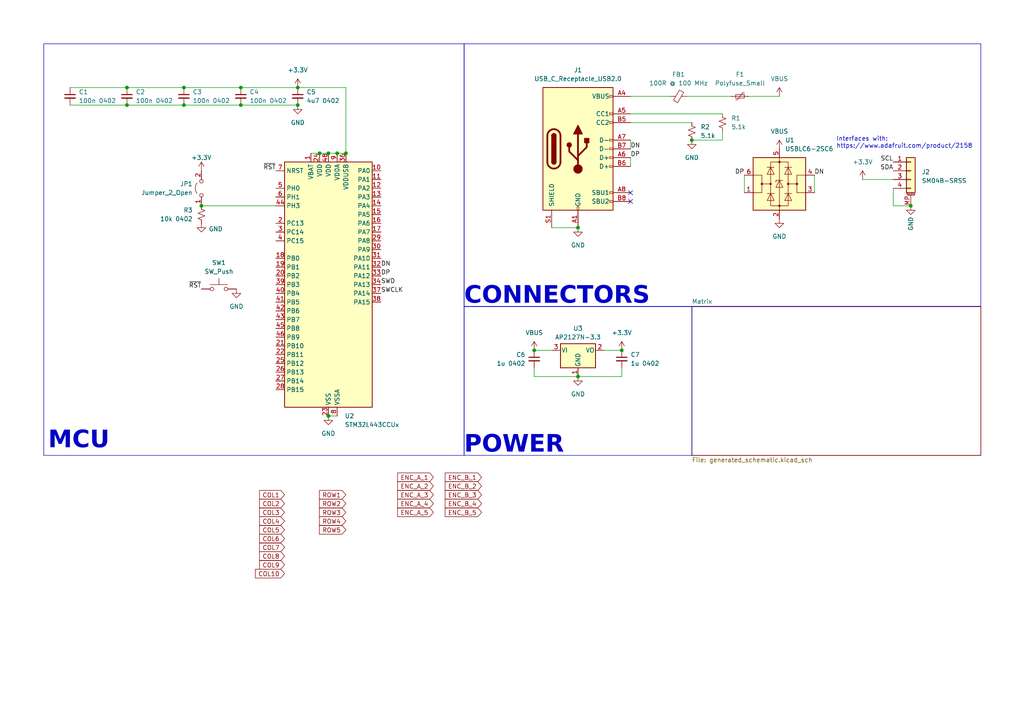
<source format=kicad_sch>
(kicad_sch (version 20230121) (generator eeschema)
  (paper "A4")
  (junction (at 69.85 30.48))
  (junction (at 21.59 298.45))
  (junction (at 86.36 30.48))
  (junction (at 86.36 25.4))
  (junction (at 58.42 59.69))
  (junction (at 154.94 101.6))
  (junction (at 81.28 259.08))
  (junction (at 111.76 298.45))
  (junction (at 231.14 259.08))
  (junction (at 69.85 25.4))
  (junction (at 167.64 109.22))
  (junction (at 92.71 44.45))
  (junction (at 111.76 259.08))
  (junction (at 52.07 259.08))
  (junction (at 231.14 218.44))
  (junction (at 180.34 101.6))
  (junction (at 171.45 218.44))
  (junction (at 111.76 218.44))
  (junction (at 36.83 30.48))
  (junction (at 264.16 59.69))
  (junction (at 200.66 259.08))
  (junction (at 187.96 316.23))
  (junction (at 128.27 316.23))
  (junction (at 36.83 25.4))
  (junction (at 231.14 298.45))
  (junction (at 97.79 44.45))
  (junction (at 68.58 316.23))
  (junction (at 21.59 259.08))
  (junction (at 52.07 298.45))
  (junction (at 95.25 120.65))
  (junction (at 200.66 218.44))
  (junction (at 200.66 298.45))
  (junction (at 140.97 259.08))
  (junction (at 128.27 276.86))
  (junction (at 95.25 44.45))
  (junction (at 140.97 298.45))
  (junction (at 171.45 259.08))
  (junction (at 200.66 40.64))
  (junction (at 81.28 218.44))
  (junction (at 128.27 236.22))
  (junction (at 68.58 276.86))
  (junction (at 187.96 236.22))
  (junction (at 187.96 276.86))
  (junction (at 100.33 44.45))
  (junction (at 53.34 30.48))
  (junction (at 171.45 298.45))
  (junction (at 53.34 25.4))
  (junction (at 140.97 218.44))
  (junction (at 21.59 218.44))
  (junction (at 68.58 236.22))
  (junction (at 81.28 298.45))
  (junction (at 167.64 66.04))
  (junction (at 52.07 218.44))
  (no_connect (at 182.88 58.42))
  (no_connect (at 233.68 316.23))
  (no_connect (at 182.88 55.88))
  (wire (pts (xy 128.27 236.22) (xy 129.54 236.22)))
  (wire (pts (xy 195.58 259.08) (xy 195.58 269.24)))
  (wire (pts (xy 194.31 27.94) (xy 182.88 27.94)))
  (wire (pts (xy 16.51 298.45) (xy 16.51 308.61)))
  (wire (pts (xy 54.61 276.86) (xy 68.58 276.86)))
  (wire (pts (xy 226.06 27.94) (xy 217.17 27.94)))
  (wire (pts (xy 200.66 259.08) (xy 195.58 259.08)))
  (wire (pts (xy 187.96 276.86) (xy 189.23 276.86)))
  (wire (pts (xy 106.68 259.08) (xy 106.68 269.24)))
  (wire (pts (xy 140.97 259.08) (xy 135.89 259.08)))
  (wire (pts (xy 81.28 218.44) (xy 76.2 218.44)))
  (wire (pts (xy 52.07 259.08) (xy 46.99 259.08)))
  (wire (pts (xy 226.06 259.08) (xy 226.06 269.24)))
  (wire (pts (xy 16.51 218.44) (xy 16.51 228.6)))
  (wire (pts (xy 231.14 298.45) (xy 226.06 298.45)))
  (wire (pts (xy 166.37 218.44) (xy 166.37 228.6)))
  (wire (pts (xy 143.51 236.22) (xy 158.75 236.22)))
  (wire (pts (xy 46.99 259.08) (xy 46.99 269.24)))
  (wire (pts (xy 135.89 218.44) (xy 135.89 228.6)))
  (wire (pts (xy 76.2 298.45) (xy 76.2 308.61)))
  (wire (pts (xy 68.58 236.22) (xy 69.85 236.22)))
  (wire (pts (xy 212.09 27.94) (xy 199.39 27.94)))
  (wire (pts (xy 20.32 25.4) (xy 36.83 25.4)))
  (wire (pts (xy 111.76 259.08) (xy 106.68 259.08)))
  (wire (pts (xy 52.07 218.44) (xy 46.99 218.44)))
  (wire (pts (xy 182.88 35.56) (xy 200.66 35.56)))
  (wire (pts (xy 182.88 33.02) (xy 209.55 33.02)))
  (wire (pts (xy 21.59 218.44) (xy 16.51 218.44)))
  (wire (pts (xy 114.3 236.22) (xy 128.27 236.22)))
  (wire (pts (xy 203.2 276.86) (xy 218.44 276.86)))
  (wire (pts (xy 69.85 25.4) (xy 86.36 25.4)))
  (wire (pts (xy 128.27 316.23) (xy 129.54 316.23)))
  (wire (pts (xy 195.58 298.45) (xy 195.58 308.61)))
  (wire (pts (xy 58.42 59.69) (xy 80.01 59.69)))
  (wire (pts (xy 182.88 45.72) (xy 182.88 48.26)))
  (wire (pts (xy 203.2 236.22) (xy 218.44 236.22)))
  (wire (pts (xy 69.85 30.48) (xy 86.36 30.48)))
  (wire (pts (xy 97.79 44.45) (xy 100.33 44.45)))
  (wire (pts (xy 173.99 316.23) (xy 187.96 316.23)))
  (wire (pts (xy 200.66 218.44) (xy 195.58 218.44)))
  (wire (pts (xy 200.66 40.64) (xy 209.55 40.64)))
  (wire (pts (xy 175.26 101.6) (xy 180.34 101.6)))
  (wire (pts (xy 231.14 259.08) (xy 226.06 259.08)))
  (wire (pts (xy 226.06 218.44) (xy 226.06 228.6)))
  (wire (pts (xy 180.34 106.68) (xy 180.34 109.22)))
  (wire (pts (xy 171.45 259.08) (xy 166.37 259.08)))
  (wire (pts (xy 171.45 298.45) (xy 166.37 298.45)))
  (wire (pts (xy 154.94 101.6) (xy 160.02 101.6)))
  (wire (pts (xy 46.99 218.44) (xy 46.99 228.6)))
  (wire (pts (xy 111.76 298.45) (xy 106.68 298.45)))
  (wire (pts (xy 203.2 316.23) (xy 218.44 316.23)))
  (wire (pts (xy 135.89 259.08) (xy 135.89 269.24)))
  (wire (pts (xy 95.25 120.65) (xy 97.79 120.65)))
  (wire (pts (xy 53.34 25.4) (xy 69.85 25.4)))
  (wire (pts (xy 36.83 30.48) (xy 53.34 30.48)))
  (wire (pts (xy 215.9 50.8) (xy 215.9 55.88)))
  (wire (pts (xy 24.13 236.22) (xy 39.37 236.22)))
  (wire (pts (xy 135.89 298.45) (xy 135.89 308.61)))
  (wire (pts (xy 182.88 40.64) (xy 182.88 43.18)))
  (wire (pts (xy 209.55 40.64) (xy 209.55 38.1)))
  (wire (pts (xy 106.68 218.44) (xy 106.68 228.6)))
  (wire (pts (xy 226.06 298.45) (xy 226.06 308.61)))
  (wire (pts (xy 166.37 298.45) (xy 166.37 308.61)))
  (wire (pts (xy 46.99 298.45) (xy 46.99 308.61)))
  (wire (pts (xy 92.71 44.45) (xy 95.25 44.45)))
  (wire (pts (xy 195.58 218.44) (xy 195.58 228.6)))
  (wire (pts (xy 140.97 218.44) (xy 135.89 218.44)))
  (wire (pts (xy 140.97 298.45) (xy 135.89 298.45)))
  (wire (pts (xy 86.36 25.4) (xy 100.33 25.4)))
  (wire (pts (xy 259.08 59.69) (xy 264.16 59.69)))
  (wire (pts (xy 114.3 316.23) (xy 128.27 316.23)))
  (wire (pts (xy 83.82 236.22) (xy 99.06 236.22)))
  (wire (pts (xy 173.99 236.22) (xy 187.96 236.22)))
  (wire (pts (xy 236.22 50.8) (xy 236.22 55.88)))
  (wire (pts (xy 259.08 54.61) (xy 259.08 59.69)))
  (wire (pts (xy 81.28 298.45) (xy 76.2 298.45)))
  (wire (pts (xy 231.14 218.44) (xy 226.06 218.44)))
  (wire (pts (xy 53.34 30.48) (xy 69.85 30.48)))
  (wire (pts (xy 76.2 218.44) (xy 76.2 228.6)))
  (wire (pts (xy 166.37 259.08) (xy 166.37 269.24)))
  (wire (pts (xy 111.76 218.44) (xy 106.68 218.44)))
  (wire (pts (xy 187.96 316.23) (xy 189.23 316.23)))
  (wire (pts (xy 83.82 316.23) (xy 99.06 316.23)))
  (wire (pts (xy 21.59 298.45) (xy 16.51 298.45)))
  (wire (pts (xy 68.58 316.23) (xy 69.85 316.23)))
  (wire (pts (xy 54.61 316.23) (xy 68.58 316.23)))
  (wire (pts (xy 250.19 52.07) (xy 259.08 52.07)))
  (wire (pts (xy 160.02 66.04) (xy 167.64 66.04)))
  (wire (pts (xy 180.34 109.22) (xy 167.64 109.22)))
  (wire (pts (xy 187.96 236.22) (xy 189.23 236.22)))
  (wire (pts (xy 68.58 276.86) (xy 69.85 276.86)))
  (wire (pts (xy 128.27 276.86) (xy 129.54 276.86)))
  (wire (pts (xy 154.94 106.68) (xy 154.94 109.22)))
  (wire (pts (xy 24.13 276.86) (xy 39.37 276.86)))
  (wire (pts (xy 76.2 259.08) (xy 76.2 269.24)))
  (wire (pts (xy 16.51 259.08) (xy 16.51 269.24)))
  (wire (pts (xy 36.83 25.4) (xy 53.34 25.4)))
  (wire (pts (xy 171.45 218.44) (xy 166.37 218.44)))
  (wire (pts (xy 21.59 259.08) (xy 16.51 259.08)))
  (wire (pts (xy 154.94 109.22) (xy 167.64 109.22)))
  (wire (pts (xy 106.68 298.45) (xy 106.68 308.61)))
  (wire (pts (xy 83.82 276.86) (xy 99.06 276.86)))
  (wire (pts (xy 90.17 44.45) (xy 92.71 44.45)))
  (wire (pts (xy 114.3 276.86) (xy 128.27 276.86)))
  (wire (pts (xy 95.25 44.45) (xy 97.79 44.45)))
  (wire (pts (xy 24.13 316.23) (xy 39.37 316.23)))
  (wire (pts (xy 100.33 25.4) (xy 100.33 44.45)))
  (wire (pts (xy 54.61 236.22) (xy 68.58 236.22)))
  (wire (pts (xy 20.32 30.48) (xy 36.83 30.48)))
  (wire (pts (xy 81.28 259.08) (xy 76.2 259.08)))
  (wire (pts (xy 200.66 298.45) (xy 195.58 298.45)))
  (wire (pts (xy 143.51 276.86) (xy 158.75 276.86)))
  (wire (pts (xy 173.99 276.86) (xy 187.96 276.86)))
  (wire (pts (xy 143.51 316.23) (xy 158.75 316.23)))
  (wire (pts (xy 52.07 298.45) (xy 46.99 298.45)))
  (rectangle (start 134.62 88.9) (end 200.66 132.08))
  (rectangle (start 134.62 12.7) (end 284.48 88.9))
  (rectangle (start 12.7 12.7) (end 134.62 132.08))
  (text "POWER" (at 134.62 133.35 0) (effects (font (size 5 5) (thickness 1) bold) (justify left bottom)))
  (text "Interfaces with:\nhttps://www.adafruit.com/product/2158" (at 242.57 43.18 0) (effects (font (size 1.27 1.27)) (justify left bottom)))
  (text "MCU" (at 13.97 132.08 0) (effects (font (size 5 5) (thickness 1) bold) (justify left bottom)))
  (text "CONNECTORS" (at 134.62 90.17 0) (effects (font (size 5 5) (thickness 1) bold) (justify left bottom)))
  (label "SDA" (at 259.08 49.53 180))
  (label "DP" (at 182.88 45.72 0))
  (label "SWD" (at 110.49 82.55 0))
  (label "DP" (at 110.49 80.01 0))
  (label "DN" (at 236.22 50.8 0))
  (label "SCL" (at 259.08 46.99 180))
  (label "DP" (at 215.9 50.8 180))
  (label "~{RST}" (at 80.01 49.53 180))
  (label "SWCLK" (at 110.49 85.09 0))
  (label "DN" (at 182.88 43.18 0))
  (label "DN" (at 110.49 77.47 0))
  (label "~{RST}" (at 58.42 83.82 180))
  (global_label "ROW2" (shape input) (at 100.33 146.05 180) (property "Intersheetrefs" "${INTERSHEET_REFS}" (effects hide)))
  (global_label "ENC_B_4" (shape input) (at 139.7 146.05 180) (property "Intersheetrefs" "${INTERSHEET_REFS}" (effects hide)))
  (global_label "ENC_B_2" (shape input) (at 139.7 140.97 180) (property "Intersheetrefs" "${INTERSHEET_REFS}" (effects hide)))
  (global_label "ENC_B_1" (shape input) (at 139.7 138.43 180) (property "Intersheetrefs" "${INTERSHEET_REFS}" (effects hide)))
  (global_label "COL3" (shape input) (at 82.55 148.59 180) (property "Intersheetrefs" "${INTERSHEET_REFS}" (effects hide)))
  (global_label "ENC_A_2" (shape input) (at 125.73 140.97 180) (property "Intersheetrefs" "${INTERSHEET_REFS}" (effects hide)))
  (global_label "COL6" (shape input) (at 82.55 156.21 180) (property "Intersheetrefs" "${INTERSHEET_REFS}" (effects hide)))
  (global_label "ENC_A_3" (shape input) (at 125.73 143.51 180) (property "Intersheetrefs" "${INTERSHEET_REFS}" (effects hide)))
  (global_label "COL5" (shape input) (at 82.55 153.67 180) (property "Intersheetrefs" "${INTERSHEET_REFS}" (effects hide)))
  (global_label "ROW3" (shape input) (at 100.33 148.59 180) (property "Intersheetrefs" "${INTERSHEET_REFS}" (effects hide)))
  (global_label "COL7" (shape input) (at 82.55 158.75 180) (property "Intersheetrefs" "${INTERSHEET_REFS}" (effects hide)))
  (global_label "ROW4" (shape input) (at 100.33 151.13 180) (property "Intersheetrefs" "${INTERSHEET_REFS}" (effects hide)))
  (global_label "COL2" (shape input) (at 82.55 146.05 180) (property "Intersheetrefs" "${INTERSHEET_REFS}" (effects hide)))
  (global_label "COL4" (shape input) (at 82.55 151.13 180) (property "Intersheetrefs" "${INTERSHEET_REFS}" (effects hide)))
  (global_label "ENC_A_5" (shape input) (at 125.73 148.59 180) (property "Intersheetrefs" "${INTERSHEET_REFS}" (effects hide)))
  (global_label "COL10" (shape input) (at 82.55 166.37 180) (property "Intersheetrefs" "${INTERSHEET_REFS}" (effects hide)))
  (global_label "ENC_A_1" (shape input) (at 125.73 138.43 180) (property "Intersheetrefs" "${INTERSHEET_REFS}" (effects hide)))
  (global_label "COL9" (shape input) (at 82.55 163.83 180) (property "Intersheetrefs" "${INTERSHEET_REFS}" (effects hide)))
  (global_label "COL1" (shape input) (at 82.55 143.51 180) (property "Intersheetrefs" "${INTERSHEET_REFS}" (effects hide)))
  (global_label "ENC_B_3" (shape input) (at 139.7 143.51 180) (property "Intersheetrefs" "${INTERSHEET_REFS}" (effects hide)))
  (global_label "COL8" (shape input) (at 82.55 161.29 180) (property "Intersheetrefs" "${INTERSHEET_REFS}" (effects hide)))
  (global_label "ROW5" (shape input) (at 100.33 153.67 180) (property "Intersheetrefs" "${INTERSHEET_REFS}" (effects hide)))
  (global_label "ENC_A_4" (shape input) (at 125.73 146.05 180) (property "Intersheetrefs" "${INTERSHEET_REFS}" (effects hide)))
  (global_label "ENC_B_5" (shape input) (at 139.7 148.59 180) (property "Intersheetrefs" "${INTERSHEET_REFS}" (effects hide)))
  (global_label "ROW1" (shape input) (at 100.33 143.51 180) (property "Intersheetrefs" "${INTERSHEET_REFS}" (effects hide)))
  (symbol (lib_id "power:GND") (at 46.99 284.48 0) (unit 1)
    (property "Reference" "#PWR082" (effects hide))
    (property "Value" "GND" (at 46.99 289.56 0))
  )
  (symbol (lib_id "Device:C_Small") (at 231.14 300.99 0) (unit 1)
    (property "Reference" "C36" (at 233.68 299.7263 0) (effects (justify left)))
    (property "Value" "100n 0402" (at 233.68 302.2663 0) (effects (justify left)))
    (property "Footprint" "Capacitor_SMD:C_0402_1005Metric" (effects hide))
  )
  (symbol (lib_id "PCM_marbastlib-various:WS2812_4020") (at 226.06 236.22 0) (unit 1)
    (property "Reference" "LED13" (at 240.03 228.6 0))
    (property "Value" "WS2812_4020" (at 240.03 231.14 0))
    (property "Footprint" "PCM_marbastlib-xp-various:LED_WS2812_4020" (effects hide))
    (property "Datasheet" "https://datasheet.lcsc.com/lcsc/2012110135_Worldsemi-WS2812B-4020_C965557.pdf" (effects hide))
  )
  (symbol (lib_id "power:VBUS") (at 140.97 259.08 0) (unit 1)
    (property "Reference" "#PWR069" (effects hide))
    (property "Value" "VBUS" (at 140.97 254 0))
  )
  (symbol (lib_id "power:GND") (at 166.37 323.85 0) (unit 1)
    (property "Reference" "#PWR0110" (effects hide))
    (property "Value" "GND" (at 166.37 328.93 0))
  )
  (symbol (lib_id "power:VBUS") (at 52.07 259.08 0) (unit 1)
    (property "Reference" "#PWR066" (effects hide))
    (property "Value" "VBUS" (at 52.07 254 0))
  )
  (symbol (lib_id "Device:C_Small") (at 154.94 104.14 0) (mirror y) (unit 1)
    (property "Reference" "C6" (at 152.4 102.8763 0) (effects (justify left)))
    (property "Value" "1u 0402" (at 152.4 105.4163 0) (effects (justify left)))
    (property "Footprint" "Capacitor_SMD:C_0402_1005Metric" (effects hide))
  )
  (symbol (lib_id "PCM_marbastlib-various:WS2812_4020") (at 195.58 316.23 0) (unit 1)
    (property "Reference" "LED28" (at 209.55 308.61 0))
    (property "Value" "WS2812_4020" (at 209.55 311.15 0))
    (property "Footprint" "PCM_marbastlib-xp-various:LED_WS2812_4020" (effects hide))
    (property "Datasheet" "https://datasheet.lcsc.com/lcsc/2012110135_Worldsemi-WS2812B-4020_C965557.pdf" (effects hide))
  )
  (symbol (lib_id "power:GND") (at 16.51 284.48 0) (unit 1)
    (property "Reference" "#PWR081" (effects hide))
    (property "Value" "GND" (at 16.51 289.56 0))
  )
  (symbol (lib_id "Device:C_Small") (at 21.59 220.98 0) (unit 1)
    (property "Reference" "C13" (at 24.13 219.7163 0) (effects (justify left)))
    (property "Value" "100n 0402" (at 24.13 222.2563 0) (effects (justify left)))
    (property "Footprint" "Capacitor_SMD:C_0402_1005Metric" (effects hide))
  )
  (symbol (lib_id "power:GND") (at 226.06 63.5 0) (unit 1)
    (property "Reference" "#PWR010" (effects hide))
    (property "Value" "GND" (at 226.06 68.58 0))
  )
  (symbol (lib_id "PCM_marbastlib-various:WS2812_4020") (at 106.68 276.86 0) (unit 1)
    (property "Reference" "LED17" (at 120.65 269.24 0))
    (property "Value" "WS2812_4020" (at 120.65 271.78 0))
    (property "Footprint" "PCM_marbastlib-xp-various:LED_WS2812_4020" (effects hide))
    (property "Datasheet" "https://datasheet.lcsc.com/lcsc/2012110135_Worldsemi-WS2812B-4020_C965557.pdf" (effects hide))
  )
  (symbol (lib_id "PCM_marbastlib-various:WS2812_4020") (at 16.51 276.86 0) (unit 1)
    (property "Reference" "LED14" (at 30.48 269.24 0))
    (property "Value" "WS2812_4020" (at 30.48 271.78 0))
    (property "Footprint" "PCM_marbastlib-xp-various:LED_WS2812_4020" (effects hide))
    (property "Datasheet" "https://datasheet.lcsc.com/lcsc/2012110135_Worldsemi-WS2812B-4020_C965557.pdf" (effects hide))
  )
  (symbol (lib_id "power:GND") (at 171.45 303.53 0) (unit 1)
    (property "Reference" "#PWR0102" (effects hide))
    (property "Value" "GND" (at 171.45 308.61 0))
  )
  (symbol (lib_id "Device:C_Small") (at 52.07 300.99 0) (unit 1)
    (property "Reference" "C30" (at 54.61 299.7263 0) (effects (justify left)))
    (property "Value" "100n 0402" (at 54.61 302.2663 0) (effects (justify left)))
    (property "Footprint" "Capacitor_SMD:C_0402_1005Metric" (effects hide))
  )
  (symbol (lib_id "Device:Polyfuse_Small") (at 214.63 27.94 90) (unit 1)
    (property "Reference" "F1" (at 214.63 21.59 90))
    (property "Value" "Polyfuse_Small" (at 214.63 24.13 90))
  )
  (symbol (lib_id "power:GND") (at 171.45 223.52 0) (unit 1)
    (property "Reference" "#PWR058" (effects hide))
    (property "Value" "GND" (at 171.45 228.6 0))
  )
  (symbol (lib_id "Device:C_Small") (at 111.76 300.99 0) (unit 1)
    (property "Reference" "C32" (at 114.3 299.7263 0) (effects (justify left)))
    (property "Value" "100n 0402" (at 114.3 302.2663 0) (effects (justify left)))
    (property "Footprint" "Capacitor_SMD:C_0402_1005Metric" (effects hide))
  )
  (symbol (lib_id "PCM_marbastlib-various:WS2812_4020") (at 76.2 236.22 0) (unit 1)
    (property "Reference" "LED8" (at 90.17 228.6 0))
    (property "Value" "WS2812_4020" (at 90.17 231.14 0))
    (property "Footprint" "PCM_marbastlib-xp-various:LED_WS2812_4020" (effects hide))
    (property "Datasheet" "https://datasheet.lcsc.com/lcsc/2012110135_Worldsemi-WS2812B-4020_C965557.pdf" (effects hide))
  )
  (symbol (lib_id "Switch:SW_Push") (at 63.5 83.82 0) (unit 1)
    (property "Reference" "SW1" (at 63.5 76.2 0))
    (property "Value" "SW_Push" (at 63.5 78.74 0))
    (property "Footprint" "Button_Switch_SMD:SW_Push_1P1T_XKB_TS-1187A" (effects hide))
  )
  (symbol (lib_id "power:GND") (at 21.59 223.52 0) (unit 1)
    (property "Reference" "#PWR08" (effects hide))
    (property "Value" "GND" (at 21.59 228.6 0))
  )
  (symbol (lib_id "power:+3.3V") (at 180.34 101.6 0) (unit 1)
    (property "Reference" "#PWR015" (effects hide))
    (property "Value" "+3.3V" (at 180.34 96.52 0))
  )
  (symbol (lib_id "PCM_marbastlib-various:WS2812_4020") (at 226.06 316.23 0) (unit 1)
    (property "Reference" "LED29" (at 240.03 308.61 0))
    (property "Value" "WS2812_4020" (at 240.03 311.15 0))
    (property "Footprint" "PCM_marbastlib-xp-various:LED_WS2812_4020" (effects hide))
    (property "Datasheet" "https://datasheet.lcsc.com/lcsc/2012110135_Worldsemi-WS2812B-4020_C965557.pdf" (effects hide))
  )
  (symbol (lib_id "power:VBUS") (at 21.59 298.45 0) (unit 1)
    (property "Reference" "#PWR089" (effects hide))
    (property "Value" "VBUS" (at 21.59 293.37 0))
  )
  (symbol (lib_id "Device:C_Small") (at 111.76 261.62 0) (unit 1)
    (property "Reference" "C24" (at 114.3 260.3563 0) (effects (justify left)))
    (property "Value" "100n 0402" (at 114.3 262.8963 0) (effects (justify left)))
    (property "Footprint" "Capacitor_SMD:C_0402_1005Metric" (effects hide))
  )
  (symbol (lib_id "power:VBUS") (at 111.76 259.08 0) (unit 1)
    (property "Reference" "#PWR068" (effects hide))
    (property "Value" "VBUS" (at 111.76 254 0))
  )
  (symbol (lib_id "PCM_marbastlib-various:WS2812_4020") (at 166.37 276.86 0) (unit 1)
    (property "Reference" "LED19" (at 180.34 269.24 0))
    (property "Value" "WS2812_4020" (at 180.34 271.78 0))
    (property "Footprint" "PCM_marbastlib-xp-various:LED_WS2812_4020" (effects hide))
    (property "Datasheet" "https://datasheet.lcsc.com/lcsc/2012110135_Worldsemi-WS2812B-4020_C965557.pdf" (effects hide))
  )
  (symbol (lib_id "power:GND") (at 226.06 284.48 0) (unit 1)
    (property "Reference" "#PWR088" (effects hide))
    (property "Value" "GND" (at 226.06 289.56 0))
  )
  (symbol (lib_id "Device:C_Small") (at 36.83 27.94 0) (unit 1)
    (property "Reference" "C2" (at 39.37 26.6763 0) (effects (justify left)))
    (property "Value" "100n 0402" (at 39.37 29.2163 0) (effects (justify left)))
    (property "Footprint" "Capacitor_SMD:C_0402_1005Metric" (effects hide))
  )
  (symbol (lib_id "power:GND") (at 46.99 323.85 0) (unit 1)
    (property "Reference" "#PWR0106" (effects hide))
    (property "Value" "GND" (at 46.99 328.93 0))
  )
  (symbol (lib_id "power:GND") (at 81.28 264.16 0) (unit 1)
    (property "Reference" "#PWR075" (effects hide))
    (property "Value" "GND" (at 81.28 269.24 0))
  )
  (symbol (lib_id "Device:C_Small") (at 81.28 300.99 0) (unit 1)
    (property "Reference" "C31" (at 83.82 299.7263 0) (effects (justify left)))
    (property "Value" "100n 0402" (at 83.82 302.2663 0) (effects (justify left)))
    (property "Footprint" "Capacitor_SMD:C_0402_1005Metric" (effects hide))
  )
  (symbol (lib_id "PCM_marbastlib-various:WS2812_4020") (at 195.58 276.86 0) (unit 1)
    (property "Reference" "LED20" (at 209.55 269.24 0))
    (property "Value" "WS2812_4020" (at 209.55 271.78 0))
    (property "Footprint" "PCM_marbastlib-xp-various:LED_WS2812_4020" (effects hide))
    (property "Datasheet" "https://datasheet.lcsc.com/lcsc/2012110135_Worldsemi-WS2812B-4020_C965557.pdf" (effects hide))
  )
  (symbol (lib_id "Connector_Generic_MountingPin:Conn_01x04_MountingPin") (at 264.16 49.53 0) (unit 1)
    (property "Reference" "J2" (at 267.335 49.8855 0) (effects (justify left)))
    (property "Value" "SM04B-SRSS" (at 267.335 52.4255 0) (effects (justify left)))
    (property "Footprint" "Connector_JST:JST_SH_SM04B-SRSS-TB_1x04-1MP_P1.00mm_Horizontal" (effects hide))
    (property "Manufacturer" "JST" (effects hide))
    (property "Manufacturer Part Number" "SM04B-SRSS-TB" (effects hide))
    (property "LCSC Part Number" "C160404" (effects hide))
  )
  (symbol (lib_id "Device:C_Small") (at 52.07 220.98 0) (unit 1)
    (property "Reference" "C14" (at 54.61 219.7163 0) (effects (justify left)))
    (property "Value" "100n 0402" (at 54.61 222.2563 0) (effects (justify left)))
    (property "Footprint" "Capacitor_SMD:C_0402_1005Metric" (effects hide))
  )
  (symbol (lib_id "power:VBUS") (at 200.66 298.45 0) (unit 1)
    (property "Reference" "#PWR095" (effects hide))
    (property "Value" "VBUS" (at 200.66 293.37 0))
  )
  (symbol (lib_id "PCM_marbastlib-various:WS2812_4020") (at 135.89 276.86 0) (unit 1)
    (property "Reference" "LED18" (at 149.86 269.24 0))
    (property "Value" "WS2812_4020" (at 149.86 271.78 0))
    (property "Footprint" "PCM_marbastlib-xp-various:LED_WS2812_4020" (effects hide))
    (property "Datasheet" "https://datasheet.lcsc.com/lcsc/2012110135_Worldsemi-WS2812B-4020_C965557.pdf" (effects hide))
  )
  (symbol (lib_id "power:GND") (at 195.58 284.48 0) (unit 1)
    (property "Reference" "#PWR087" (effects hide))
    (property "Value" "GND" (at 195.58 289.56 0))
  )
  (symbol (lib_id "Device:C_Small") (at 231.14 220.98 0) (unit 1)
    (property "Reference" "C20" (at 233.68 219.7163 0) (effects (justify left)))
    (property "Value" "100n 0402" (at 233.68 222.2563 0) (effects (justify left)))
    (property "Footprint" "Capacitor_SMD:C_0402_1005Metric" (effects hide))
  )
  (symbol (lib_id "Device:C_Small") (at 21.59 261.62 0) (unit 1)
    (property "Reference" "C21" (at 24.13 260.3563 0) (effects (justify left)))
    (property "Value" "100n 0402" (at 24.13 262.8963 0) (effects (justify left)))
    (property "Footprint" "Capacitor_SMD:C_0402_1005Metric" (effects hide))
  )
  (symbol (lib_id "power:GND") (at 95.25 120.65 0) (unit 1)
    (property "Reference" "#PWR017" (effects hide))
    (property "Value" "GND" (at 95.25 125.73 0))
  )
  (symbol (lib_id "power:GND") (at 46.99 243.84 0) (unit 1)
    (property "Reference" "#PWR046" (effects hide))
    (property "Value" "GND" (at 46.99 248.92 0))
  )
  (symbol (lib_id "power:VBUS") (at 200.66 218.44 0) (unit 1)
    (property "Reference" "#PWR055" (effects hide))
    (property "Value" "VBUS" (at 200.66 213.36 0))
  )
  (symbol (lib_id "PCM_marbastlib-various:WS2812_4020") (at 16.51 236.22 0) (unit 1)
    (property "Reference" "LED6" (at 30.48 228.6 0))
    (property "Value" "WS2812_4020" (at 30.48 231.14 0))
    (property "Footprint" "PCM_marbastlib-xp-various:LED_WS2812_4020" (effects hide))
    (property "Datasheet" "https://datasheet.lcsc.com/lcsc/2012110135_Worldsemi-WS2812B-4020_C965557.pdf" (effects hide))
  )
  (symbol (lib_id "PCM_marbastlib-various:WS2812_4020") (at 46.99 316.23 0) (unit 1)
    (property "Reference" "LED23" (at 60.96 308.61 0))
    (property "Value" "WS2812_4020" (at 60.96 311.15 0))
    (property "Footprint" "PCM_marbastlib-xp-various:LED_WS2812_4020" (effects hide))
    (property "Datasheet" "https://datasheet.lcsc.com/lcsc/2012110135_Worldsemi-WS2812B-4020_C965557.pdf" (effects hide))
  )
  (symbol (lib_id "Device:C_Small") (at 86.36 27.94 0) (unit 1)
    (property "Reference" "C5" (at 88.9 26.6763 0) (effects (justify left)))
    (property "Value" "4u7 0402" (at 88.9 29.2163 0) (effects (justify left)))
    (property "Footprint" "Capacitor_SMD:C_0402_1005Metric" (effects hide))
  )
  (symbol (lib_id "power:VBUS") (at 231.14 218.44 0) (unit 1)
    (property "Reference" "#PWR056" (effects hide))
    (property "Value" "VBUS" (at 231.14 213.36 0))
  )
  (symbol (lib_id "power:VBUS") (at 231.14 259.08 0) (unit 1)
    (property "Reference" "#PWR072" (effects hide))
    (property "Value" "VBUS" (at 231.14 254 0))
  )
  (symbol (lib_id "Jumper:Jumper_2_Open") (at 58.42 54.61 90) (unit 1) (in_bom no)
    (property "Reference" "JP1" (at 55.88 53.34 90) (effects (justify left)))
    (property "Value" "Jumper_2_Open" (at 55.88 55.88 90) (effects (justify left)))
    (property "Footprint" "Connector_PinHeader_1.27mm:PinHeader_1x02_P1.27mm_Vertical" (effects hide))
  )
  (symbol (lib_id "power:GND") (at 21.59 264.16 0) (unit 1)
    (property "Reference" "#PWR073" (effects hide))
    (property "Value" "GND" (at 21.59 269.24 0))
  )
  (symbol (lib_id "Power_Protection:USBLC6-2SC6") (at 226.06 53.34 0) (unit 1)
    (property "Reference" "U1" (at 227.7111 40.64 0) (effects (justify left)))
    (property "Value" "USBLC6-2SC6" (at 227.7111 43.18 0) (effects (justify left)))
    (property "Footprint" "Package_TO_SOT_SMD:SOT-23-6" (effects hide))
    (property "Datasheet" "https://www.st.com/resource/en/datasheet/usblc6-2.pdf" (effects hide))
  )
  (symbol (lib_id "Device:C_Small") (at 140.97 261.62 0) (unit 1)
    (property "Reference" "C25" (at 143.51 260.3563 0) (effects (justify left)))
    (property "Value" "100n 0402" (at 143.51 262.8963 0) (effects (justify left)))
    (property "Footprint" "Capacitor_SMD:C_0402_1005Metric" (effects hide))
  )
  (symbol (lib_id "Device:C_Small") (at 21.59 300.99 0) (unit 1)
    (property "Reference" "C29" (at 24.13 299.7263 0) (effects (justify left)))
    (property "Value" "100n 0402" (at 24.13 302.2663 0) (effects (justify left)))
    (property "Footprint" "Capacitor_SMD:C_0402_1005Metric" (effects hide))
  )
  (symbol (lib_id "MCU_ST_STM32L4:STM32L443CCUx") (at 95.25 82.55 0) (unit 1)
    (property "Reference" "U2" (at 99.9841 120.65 0) (effects (justify left)))
    (property "Value" "STM32L443CCUx" (at 99.9841 123.19 0) (effects (justify left)))
    (property "Footprint" "Package_DFN_QFN:QFN-48-1EP_7x7mm_P0.5mm_EP5.6x5.6mm" (effects hide))
    (property "Datasheet" "https://www.st.com/resource/en/datasheet/stm32l443cc.pdf" (effects hide))
  )
  (symbol (lib_id "PCM_marbastlib-various:WS2812_4020") (at 46.99 276.86 0) (unit 1)
    (property "Reference" "LED15" (at 60.96 269.24 0))
    (property "Value" "WS2812_4020" (at 60.96 271.78 0))
    (property "Footprint" "PCM_marbastlib-xp-various:LED_WS2812_4020" (effects hide))
    (property "Datasheet" "https://datasheet.lcsc.com/lcsc/2012110135_Worldsemi-WS2812B-4020_C965557.pdf" (effects hide))
  )
  (symbol (lib_id "power:GND") (at 81.28 303.53 0) (unit 1)
    (property "Reference" "#PWR099" (effects hide))
    (property "Value" "GND" (at 81.28 308.61 0))
  )
  (symbol (lib_id "power:GND") (at 76.2 243.84 0) (unit 1)
    (property "Reference" "#PWR051" (effects hide))
    (property "Value" "GND" (at 76.2 248.92 0))
  )
  (symbol (lib_id "PCM_marbastlib-various:WS2812_4020") (at 46.99 236.22 0) (unit 1)
    (property "Reference" "LED7" (at 60.96 228.6 0))
    (property "Value" "WS2812_4020" (at 60.96 231.14 0))
    (property "Footprint" "PCM_marbastlib-xp-various:LED_WS2812_4020" (effects hide))
    (property "Datasheet" "https://datasheet.lcsc.com/lcsc/2012110135_Worldsemi-WS2812B-4020_C965557.pdf" (effects hide))
  )
  (symbol (lib_id "PCM_marbastlib-various:WS2812_4020") (at 106.68 236.22 0) (unit 1)
    (property "Reference" "LED9" (at 120.65 228.6 0))
    (property "Value" "WS2812_4020" (at 120.65 231.14 0))
    (property "Footprint" "PCM_marbastlib-xp-various:LED_WS2812_4020" (effects hide))
    (property "Datasheet" "https://datasheet.lcsc.com/lcsc/2012110135_Worldsemi-WS2812B-4020_C965557.pdf" (effects hide))
  )
  (symbol (lib_id "power:GND") (at 16.51 323.85 0) (unit 1)
    (property "Reference" "#PWR0105" (effects hide))
    (property "Value" "GND" (at 16.51 328.93 0))
  )
  (symbol (lib_id "power:GND") (at 135.89 323.85 0) (unit 1)
    (property "Reference" "#PWR0109" (effects hide))
    (property "Value" "GND" (at 135.89 328.93 0))
  )
  (symbol (lib_id "power:VBUS") (at 52.07 218.44 0) (unit 1)
    (property "Reference" "#PWR044" (effects hide))
    (property "Value" "VBUS" (at 52.07 213.36 0))
  )
  (symbol (lib_id "power:GND") (at 106.68 284.48 0) (unit 1)
    (property "Reference" "#PWR084" (effects hide))
    (property "Value" "GND" (at 106.68 289.56 0))
  )
  (symbol (lib_id "Device:C_Small") (at 81.28 261.62 0) (unit 1)
    (property "Reference" "C23" (at 83.82 260.3563 0) (effects (justify left)))
    (property "Value" "100n 0402" (at 83.82 262.8963 0) (effects (justify left)))
    (property "Footprint" "Capacitor_SMD:C_0402_1005Metric" (effects hide))
  )
  (symbol (lib_id "power:GND") (at 231.14 223.52 0) (unit 1)
    (property "Reference" "#PWR060" (effects hide))
    (property "Value" "GND" (at 231.14 228.6 0))
  )
  (symbol (lib_id "Device:C_Small") (at 171.45 220.98 0) (unit 1)
    (property "Reference" "C18" (at 173.99 219.7163 0) (effects (justify left)))
    (property "Value" "100n 0402" (at 173.99 222.2563 0) (effects (justify left)))
    (property "Footprint" "Capacitor_SMD:C_0402_1005Metric" (effects hide))
  )
  (symbol (lib_id "power:+3.3V") (at 58.42 49.53 0) (unit 1)
    (property "Reference" "#PWR06" (effects hide))
    (property "Value" "+3.3V" (at 58.42 45.72 0))
  )
  (symbol (lib_id "Device:C_Small") (at 200.66 261.62 0) (unit 1)
    (property "Reference" "C27" (at 203.2 260.3563 0) (effects (justify left)))
    (property "Value" "100n 0402" (at 203.2 262.8963 0) (effects (justify left)))
    (property "Footprint" "Capacitor_SMD:C_0402_1005Metric" (effects hide))
  )
  (symbol (lib_id "PCM_marbastlib-various:WS2812_4020") (at 106.68 316.23 0) (unit 1)
    (property "Reference" "LED25" (at 120.65 308.61 0))
    (property "Value" "WS2812_4020" (at 120.65 311.15 0))
    (property "Footprint" "PCM_marbastlib-xp-various:LED_WS2812_4020" (effects hide))
    (property "Datasheet" "https://datasheet.lcsc.com/lcsc/2012110135_Worldsemi-WS2812B-4020_C965557.pdf" (effects hide))
  )
  (symbol (lib_id "Device:R_Small_US") (at 58.42 62.23 0) (unit 1)
    (property "Reference" "R3" (at 55.88 60.96 0) (effects (justify right)))
    (property "Value" "10k 0402" (at 55.88 63.5 0) (effects (justify right)))
    (property "Footprint" "Resistor_SMD:R_0402_1005Metric" (effects hide))
    (property "LCSC" "C60490" (effects hide))
  )
  (symbol (lib_id "power:VBUS") (at 171.45 218.44 0) (unit 1)
    (property "Reference" "#PWR054" (effects hide))
    (property "Value" "VBUS" (at 171.45 213.36 0))
  )
  (symbol (lib_id "power:GND") (at 68.58 83.82 0) (unit 1)
    (property "Reference" "#PWR013" (effects hide))
    (property "Value" "GND" (at 68.58 88.9 0))
  )
  (symbol (lib_id "Device:FerriteBead_Small") (at 196.85 27.94 90) (unit 1)
    (property "Reference" "FB1" (at 196.8119 21.59 90))
    (property "Value" "100R @ 100 MHz" (at 196.8119 24.13 90))
  )
  (symbol (lib_id "power:GND") (at 264.16 59.69 0) (unit 1)
    (property "Reference" "#PWR043" (effects hide))
    (property "Value" "GND" (at 264.16 62.865 90) (effects (justify right)))
  )
  (symbol (lib_id "Device:R_Small_US") (at 200.66 38.1 0) (unit 1)
    (property "Reference" "R2" (at 203.2 36.83 0) (effects (justify left)))
    (property "Value" "5.1k" (at 203.2 39.37 0) (effects (justify left)))
    (property "Footprint" "Resistor_SMD:R_0402_1005Metric" (effects hide))
  )
  (symbol (lib_id "power:+3.3V") (at 250.19 52.07 0) (unit 1)
    (property "Reference" "#PWR0113" (effects hide))
    (property "Value" "+3.3V" (at 250.19 46.99 0))
  )
  (symbol (lib_id "power:VBUS") (at 21.59 218.44 0) (unit 1)
    (property "Reference" "#PWR07" (effects hide))
    (property "Value" "VBUS" (at 21.59 213.36 0))
  )
  (symbol (lib_id "power:GND") (at 167.64 109.22 0) (unit 1)
    (property "Reference" "#PWR016" (effects hide))
    (property "Value" "GND" (at 167.64 114.3 0))
  )
  (symbol (lib_id "power:GND") (at 167.64 66.04 0) (unit 1)
    (property "Reference" "#PWR012" (effects hide))
    (property "Value" "GND" (at 167.64 71.12 0))
  )
  (symbol (lib_id "Device:C_Small") (at 81.28 220.98 0) (unit 1)
    (property "Reference" "C15" (at 83.82 219.7163 0) (effects (justify left)))
    (property "Value" "100n 0402" (at 83.82 222.2563 0) (effects (justify left)))
    (property "Footprint" "Capacitor_SMD:C_0402_1005Metric" (effects hide))
  )
  (symbol (lib_id "power:VBUS") (at 171.45 298.45 0) (unit 1)
    (property "Reference" "#PWR094" (effects hide))
    (property "Value" "VBUS" (at 171.45 293.37 0))
  )
  (symbol (lib_id "power:VBUS") (at 171.45 259.08 0) (unit 1)
    (property "Reference" "#PWR070" (effects hide))
    (property "Value" "VBUS" (at 171.45 254 0))
  )
  (symbol (lib_id "Regulator_Linear:AP2127N-3.3") (at 167.64 101.6 0) (unit 1)
    (property "Reference" "U3" (at 167.64 95.25 0))
    (property "Value" "AP2127N-3.3" (at 167.64 97.79 0))
    (property "Footprint" "Package_TO_SOT_SMD:SOT-23" (effects hide))
    (property "Datasheet" "https://www.diodes.com/assets/Datasheets/AP2127.pdf" (effects hide))
  )
  (symbol (lib_id "power:GND") (at 58.42 64.77 0) (unit 1)
    (property "Reference" "#PWR011" (effects hide))
    (property "Value" "GND" (at 62.5797 66.4143 0))
  )
  (symbol (lib_id "power:VBUS") (at 200.66 259.08 0) (unit 1)
    (property "Reference" "#PWR071" (effects hide))
    (property "Value" "VBUS" (at 200.66 254 0))
  )
  (symbol (lib_id "power:VBUS") (at 226.06 27.94 0) (unit 1)
    (property "Reference" "#PWR02" (effects hide))
    (property "Value" "VBUS" (at 226.06 22.86 0))
  )
  (symbol (lib_id "Device:C_Small") (at 200.66 220.98 0) (unit 1)
    (property "Reference" "C19" (at 203.2 219.7163 0) (effects (justify left)))
    (property "Value" "100n 0402" (at 203.2 222.2563 0) (effects (justify left)))
    (property "Footprint" "Capacitor_SMD:C_0402_1005Metric" (effects hide))
  )
  (symbol (lib_id "Device:C_Small") (at 52.07 261.62 0) (unit 1)
    (property "Reference" "C22" (at 54.61 260.3563 0) (effects (justify left)))
    (property "Value" "100n 0402" (at 54.61 262.8963 0) (effects (justify left)))
    (property "Footprint" "Capacitor_SMD:C_0402_1005Metric" (effects hide))
  )
  (symbol (lib_id "PCM_marbastlib-various:WS2812_4020") (at 135.89 316.23 0) (unit 1)
    (property "Reference" "LED26" (at 149.86 308.61 0))
    (property "Value" "WS2812_4020" (at 149.86 311.15 0))
    (property "Footprint" "PCM_marbastlib-xp-various:LED_WS2812_4020" (effects hide))
    (property "Datasheet" "https://datasheet.lcsc.com/lcsc/2012110135_Worldsemi-WS2812B-4020_C965557.pdf" (effects hide))
  )
  (symbol (lib_id "PCM_marbastlib-various:WS2812_4020") (at 166.37 236.22 0) (unit 1)
    (property "Reference" "LED11" (at 180.34 228.6 0))
    (property "Value" "WS2812_4020" (at 180.34 231.14 0))
    (property "Footprint" "PCM_marbastlib-xp-various:LED_WS2812_4020" (effects hide))
    (property "Datasheet" "https://datasheet.lcsc.com/lcsc/2012110135_Worldsemi-WS2812B-4020_C965557.pdf" (effects hide))
  )
  (symbol (lib_id "power:GND") (at 76.2 323.85 0) (unit 1)
    (property "Reference" "#PWR0107" (effects hide))
    (property "Value" "GND" (at 76.2 328.93 0))
  )
  (symbol (lib_id "power:GND") (at 86.36 30.48 0) (unit 1)
    (property "Reference" "#PWR03" (effects hide))
    (property "Value" "GND" (at 86.36 35.56 0))
  )
  (symbol (lib_id "power:GND") (at 226.06 243.84 0) (unit 1)
    (property "Reference" "#PWR064" (effects hide))
    (property "Value" "GND" (at 226.06 248.92 0))
  )
  (symbol (lib_id "power:GND") (at 200.66 264.16 0) (unit 1)
    (property "Reference" "#PWR079" (effects hide))
    (property "Value" "GND" (at 200.66 269.24 0))
  )
  (symbol (lib_id "power:GND") (at 52.07 223.52 0) (unit 1)
    (property "Reference" "#PWR045" (effects hide))
    (property "Value" "GND" (at 52.07 228.6 0))
  )
  (symbol (lib_id "PCM_marbastlib-various:WS2812_4020") (at 195.58 236.22 0) (unit 1)
    (property "Reference" "LED12" (at 209.55 228.6 0))
    (property "Value" "WS2812_4020" (at 209.55 231.14 0))
    (property "Footprint" "PCM_marbastlib-xp-various:LED_WS2812_4020" (effects hide))
    (property "Datasheet" "https://datasheet.lcsc.com/lcsc/2012110135_Worldsemi-WS2812B-4020_C965557.pdf" (effects hide))
  )
  (symbol (lib_id "power:GND") (at 106.68 243.84 0) (unit 1)
    (property "Reference" "#PWR052" (effects hide))
    (property "Value" "GND" (at 106.68 248.92 0))
  )
  (symbol (lib_id "power:VBUS") (at 81.28 218.44 0) (unit 1)
    (property "Reference" "#PWR047" (effects hide))
    (property "Value" "VBUS" (at 81.28 213.36 0))
  )
  (symbol (lib_id "Connector:USB_C_Receptacle_USB2.0") (at 167.64 43.18 0) (unit 1)
    (property "Reference" "J1" (at 167.64 20.32 0))
    (property "Value" "USB_C_Receptacle_USB2.0" (at 167.64 22.86 0))
    (property "Footprint" "Connector_USB:USB_C_Receptacle_HRO_TYPE-C-31-M-12" (effects hide))
    (property "Datasheet" "https://www.usb.org/sites/default/files/documents/usb_type-c.zip" (effects hide))
  )
  (symbol (lib_id "PCM_marbastlib-various:WS2812_4020") (at 16.51 316.23 0) (unit 1)
    (property "Reference" "LED22" (at 30.48 308.61 0))
    (property "Value" "WS2812_4020" (at 30.48 311.15 0))
    (property "Footprint" "PCM_marbastlib-xp-various:LED_WS2812_4020" (effects hide))
    (property "Datasheet" "https://datasheet.lcsc.com/lcsc/2012110135_Worldsemi-WS2812B-4020_C965557.pdf" (effects hide))
  )
  (symbol (lib_id "power:GND") (at 140.97 264.16 0) (unit 1)
    (property "Reference" "#PWR077" (effects hide))
    (property "Value" "GND" (at 140.97 269.24 0))
  )
  (symbol (lib_id "Device:C_Small") (at 231.14 261.62 0) (unit 1)
    (property "Reference" "C28" (at 233.68 260.3563 0) (effects (justify left)))
    (property "Value" "100n 0402" (at 233.68 262.8963 0) (effects (justify left)))
    (property "Footprint" "Capacitor_SMD:C_0402_1005Metric" (effects hide))
  )
  (symbol (lib_id "Device:C_Small") (at 53.34 27.94 0) (unit 1)
    (property "Reference" "C3" (at 55.88 26.6763 0) (effects (justify left)))
    (property "Value" "100n 0402" (at 55.88 29.2163 0) (effects (justify left)))
    (property "Footprint" "Capacitor_SMD:C_0402_1005Metric" (effects hide))
  )
  (symbol (lib_id "power:GND") (at 231.14 264.16 0) (unit 1)
    (property "Reference" "#PWR080" (effects hide))
    (property "Value" "GND" (at 231.14 269.24 0))
  )
  (symbol (lib_id "PCM_marbastlib-various:WS2812_4020") (at 226.06 276.86 0) (unit 1)
    (property "Reference" "LED21" (at 240.03 269.24 0))
    (property "Value" "WS2812_4020" (at 240.03 271.78 0))
    (property "Footprint" "PCM_marbastlib-xp-various:LED_WS2812_4020" (effects hide))
    (property "Datasheet" "https://datasheet.lcsc.com/lcsc/2012110135_Worldsemi-WS2812B-4020_C965557.pdf" (effects hide))
  )
  (symbol (lib_id "Device:R_Small_US") (at 209.55 35.56 0) (unit 1)
    (property "Reference" "R1" (at 212.09 34.29 0) (effects (justify left)))
    (property "Value" "5.1k" (at 212.09 36.83 0) (effects (justify left)))
    (property "Footprint" "Resistor_SMD:R_0402_1005Metric" (effects hide))
  )
  (symbol (lib_id "power:GND") (at 195.58 323.85 0) (unit 1)
    (property "Reference" "#PWR0111" (effects hide))
    (property "Value" "GND" (at 195.58 328.93 0))
  )
  (symbol (lib_id "power:GND") (at 52.07 303.53 0) (unit 1)
    (property "Reference" "#PWR098" (effects hide))
    (property "Value" "GND" (at 52.07 308.61 0))
  )
  (symbol (lib_id "power:GND") (at 140.97 303.53 0) (unit 1)
    (property "Reference" "#PWR0101" (effects hide))
    (property "Value" "GND" (at 140.97 308.61 0))
  )
  (symbol (lib_id "power:VBUS") (at 140.97 298.45 0) (unit 1)
    (property "Reference" "#PWR093" (effects hide))
    (property "Value" "VBUS" (at 140.97 293.37 0))
  )
  (symbol (lib_id "power:+3.3V") (at 86.36 25.4 0) (unit 1)
    (property "Reference" "#PWR01" (effects hide))
    (property "Value" "+3.3V" (at 86.36 20.32 0))
  )
  (symbol (lib_id "power:GND") (at 106.68 323.85 0) (unit 1)
    (property "Reference" "#PWR0108" (effects hide))
    (property "Value" "GND" (at 106.68 328.93 0))
  )
  (symbol (lib_id "power:GND") (at 200.66 223.52 0) (unit 1)
    (property "Reference" "#PWR059" (effects hide))
    (property "Value" "GND" (at 200.66 228.6 0))
  )
  (symbol (lib_id "Device:C_Small") (at 200.66 300.99 0) (unit 1)
    (property "Reference" "C35" (at 203.2 299.7263 0) (effects (justify left)))
    (property "Value" "100n 0402" (at 203.2 302.2663 0) (effects (justify left)))
    (property "Footprint" "Capacitor_SMD:C_0402_1005Metric" (effects hide))
  )
  (symbol (lib_id "PCM_marbastlib-various:WS2812_4020") (at 76.2 316.23 0) (unit 1)
    (property "Reference" "LED24" (at 90.17 308.61 0))
    (property "Value" "WS2812_4020" (at 90.17 311.15 0))
    (property "Footprint" "PCM_marbastlib-xp-various:LED_WS2812_4020" (effects hide))
    (property "Datasheet" "https://datasheet.lcsc.com/lcsc/2012110135_Worldsemi-WS2812B-4020_C965557.pdf" (effects hide))
  )
  (symbol (lib_id "power:GND") (at 135.89 284.48 0) (unit 1)
    (property "Reference" "#PWR085" (effects hide))
    (property "Value" "GND" (at 135.89 289.56 0))
  )
  (symbol (lib_id "PCM_marbastlib-various:WS2812_4020") (at 135.89 236.22 0) (unit 1)
    (property "Reference" "LED10" (at 149.86 228.6 0))
    (property "Value" "WS2812_4020" (at 149.86 231.14 0))
    (property "Footprint" "PCM_marbastlib-xp-various:LED_WS2812_4020" (effects hide))
    (property "Datasheet" "https://datasheet.lcsc.com/lcsc/2012110135_Worldsemi-WS2812B-4020_C965557.pdf" (effects hide))
  )
  (symbol (lib_id "power:VBUS") (at 231.14 298.45 0) (unit 1)
    (property "Reference" "#PWR096" (effects hide))
    (property "Value" "VBUS" (at 231.14 293.37 0))
  )
  (symbol (lib_id "Device:C_Small") (at 171.45 261.62 0) (unit 1)
    (property "Reference" "C26" (at 173.99 260.3563 0) (effects (justify left)))
    (property "Value" "100n 0402" (at 173.99 262.8963 0) (effects (justify left)))
    (property "Footprint" "Capacitor_SMD:C_0402_1005Metric" (effects hide))
  )
  (symbol (lib_id "power:VBUS") (at 81.28 298.45 0) (unit 1)
    (property "Reference" "#PWR091" (effects hide))
    (property "Value" "VBUS" (at 81.28 293.37 0))
  )
  (symbol (lib_id "Device:C_Small") (at 111.76 220.98 0) (unit 1)
    (property "Reference" "C16" (at 114.3 219.7163 0) (effects (justify left)))
    (property "Value" "100n 0402" (at 114.3 222.2563 0) (effects (justify left)))
    (property "Footprint" "Capacitor_SMD:C_0402_1005Metric" (effects hide))
  )
  (symbol (lib_id "power:GND") (at 166.37 243.84 0) (unit 1)
    (property "Reference" "#PWR062" (effects hide))
    (property "Value" "GND" (at 166.37 248.92 0))
  )
  (symbol (lib_id "power:GND") (at 195.58 243.84 0) (unit 1)
    (property "Reference" "#PWR063" (effects hide))
    (property "Value" "GND" (at 195.58 248.92 0))
  )
  (symbol (lib_id "Device:C_Small") (at 140.97 300.99 0) (unit 1)
    (property "Reference" "C33" (at 143.51 299.7263 0) (effects (justify left)))
    (property "Value" "100n 0402" (at 143.51 302.2663 0) (effects (justify left)))
    (property "Footprint" "Capacitor_SMD:C_0402_1005Metric" (effects hide))
  )
  (symbol (lib_id "Device:C_Small") (at 69.85 27.94 0) (unit 1)
    (property "Reference" "C4" (at 72.39 26.6763 0) (effects (justify left)))
    (property "Value" "100n 0402" (at 72.39 29.2163 0) (effects (justify left)))
    (property "Footprint" "Capacitor_SMD:C_0402_1005Metric" (effects hide))
  )
  (symbol (lib_id "Device:C_Small") (at 20.32 27.94 0) (unit 1)
    (property "Reference" "C1" (at 22.86 26.6763 0) (effects (justify left)))
    (property "Value" "100n 0402" (at 22.86 29.2163 0) (effects (justify left)))
    (property "Footprint" "Capacitor_SMD:C_0402_1005Metric" (effects hide))
  )
  (symbol (lib_id "power:GND") (at 231.14 303.53 0) (unit 1)
    (property "Reference" "#PWR0104" (effects hide))
    (property "Value" "GND" (at 231.14 308.61 0))
  )
  (symbol (lib_id "power:GND") (at 226.06 323.85 0) (unit 1)
    (property "Reference" "#PWR0112" (effects hide))
    (property "Value" "GND" (at 226.06 328.93 0))
  )
  (symbol (lib_id "power:VBUS") (at 154.94 101.6 0) (unit 1)
    (property "Reference" "#PWR014" (effects hide))
    (property "Value" "VBUS" (at 154.94 96.52 0))
  )
  (symbol (lib_id "power:GND") (at 52.07 264.16 0) (unit 1)
    (property "Reference" "#PWR074" (effects hide))
    (property "Value" "GND" (at 52.07 269.24 0))
  )
  (symbol (lib_id "power:GND") (at 166.37 284.48 0) (unit 1)
    (property "Reference" "#PWR086" (effects hide))
    (property "Value" "GND" (at 166.37 289.56 0))
  )
  (symbol (lib_id "power:VBUS") (at 111.76 298.45 0) (unit 1)
    (property "Reference" "#PWR092" (effects hide))
    (property "Value" "VBUS" (at 111.76 293.37 0))
  )
  (symbol (lib_id "power:GND") (at 16.51 243.84 0) (unit 1)
    (property "Reference" "#PWR09" (effects hide))
    (property "Value" "GND" (at 16.51 248.92 0))
  )
  (symbol (lib_id "Device:C_Small") (at 140.97 220.98 0) (unit 1)
    (property "Reference" "C17" (at 143.51 219.7163 0) (effects (justify left)))
    (property "Value" "100n 0402" (at 143.51 222.2563 0) (effects (justify left)))
    (property "Footprint" "Capacitor_SMD:C_0402_1005Metric" (effects hide))
  )
  (symbol (lib_id "power:GND") (at 76.2 284.48 0) (unit 1)
    (property "Reference" "#PWR083" (effects hide))
    (property "Value" "GND" (at 76.2 289.56 0))
  )
  (symbol (lib_id "power:GND") (at 135.89 243.84 0) (unit 1)
    (property "Reference" "#PWR061" (effects hide))
    (property "Value" "GND" (at 135.89 248.92 0))
  )
  (symbol (lib_id "power:GND") (at 171.45 264.16 0) (unit 1)
    (property "Reference" "#PWR078" (effects hide))
    (property "Value" "GND" (at 171.45 269.24 0))
  )
  (symbol (lib_id "power:VBUS") (at 111.76 218.44 0) (unit 1)
    (property "Reference" "#PWR048" (effects hide))
    (property "Value" "VBUS" (at 111.76 213.36 0))
  )
  (symbol (lib_id "Device:C_Small") (at 180.34 104.14 0) (unit 1)
    (property "Reference" "C7" (at 182.88 102.8763 0) (effects (justify left)))
    (property "Value" "1u 0402" (at 182.88 105.4163 0) (effects (justify left)))
    (property "Footprint" "Capacitor_SMD:C_0402_1005Metric" (effects hide))
  )
  (symbol (lib_id "power:GND") (at 140.97 223.52 0) (unit 1)
    (property "Reference" "#PWR057" (effects hide))
    (property "Value" "GND" (at 140.97 228.6 0))
  )
  (symbol (lib_id "power:VBUS") (at 21.59 259.08 0) (unit 1)
    (property "Reference" "#PWR065" (effects hide))
    (property "Value" "VBUS" (at 21.59 254 0))
  )
  (symbol (lib_id "power:VBUS") (at 81.28 259.08 0) (unit 1)
    (property "Reference" "#PWR067" (effects hide))
    (property "Value" "VBUS" (at 81.28 254 0))
  )
  (symbol (lib_id "power:GND") (at 111.76 303.53 0) (unit 1)
    (property "Reference" "#PWR0100" (effects hide))
    (property "Value" "GND" (at 111.76 308.61 0))
  )
  (symbol (lib_id "PCM_marbastlib-various:WS2812_4020") (at 76.2 276.86 0) (unit 1)
    (property "Reference" "LED16" (at 90.17 269.24 0))
    (property "Value" "WS2812_4020" (at 90.17 271.78 0))
    (property "Footprint" "PCM_marbastlib-xp-various:LED_WS2812_4020" (effects hide))
    (property "Datasheet" "https://datasheet.lcsc.com/lcsc/2012110135_Worldsemi-WS2812B-4020_C965557.pdf" (effects hide))
  )
  (symbol (lib_id "power:VBUS") (at 52.07 298.45 0) (unit 1)
    (property "Reference" "#PWR090" (effects hide))
    (property "Value" "VBUS" (at 52.07 293.37 0))
  )
  (symbol (lib_id "power:GND") (at 111.76 223.52 0) (unit 1)
    (property "Reference" "#PWR050" (effects hide))
    (property "Value" "GND" (at 111.76 228.6 0))
  )
  (symbol (lib_id "power:VBUS") (at 226.06 43.18 0) (unit 1)
    (property "Reference" "#PWR05" (effects hide))
    (property "Value" "VBUS" (at 226.06 38.1 0))
  )
  (symbol (lib_id "power:VBUS") (at 140.97 218.44 0) (unit 1)
    (property "Reference" "#PWR053" (effects hide))
    (property "Value" "VBUS" (at 140.97 213.36 0))
  )
  (symbol (lib_id "power:GND") (at 81.28 223.52 0) (unit 1)
    (property "Reference" "#PWR049" (effects hide))
    (property "Value" "GND" (at 81.28 228.6 0))
  )
  (symbol (lib_id "power:GND") (at 200.66 303.53 0) (unit 1)
    (property "Reference" "#PWR0103" (effects hide))
    (property "Value" "GND" (at 200.66 308.61 0))
  )
  (symbol (lib_id "PCM_marbastlib-various:WS2812_4020") (at 166.37 316.23 0) (unit 1)
    (property "Reference" "LED27" (at 180.34 308.61 0))
    (property "Value" "WS2812_4020" (at 180.34 311.15 0))
    (property "Footprint" "PCM_marbastlib-xp-various:LED_WS2812_4020" (effects hide))
    (property "Datasheet" "https://datasheet.lcsc.com/lcsc/2012110135_Worldsemi-WS2812B-4020_C965557.pdf" (effects hide))
  )
  (symbol (lib_id "Device:C_Small") (at 171.45 300.99 0) (unit 1)
    (property "Reference" "C34" (at 173.99 299.7263 0) (effects (justify left)))
    (property "Value" "100n 0402" (at 173.99 302.2663 0) (effects (justify left)))
    (property "Footprint" "Capacitor_SMD:C_0402_1005Metric" (effects hide))
  )
  (symbol (lib_id "power:GND") (at 21.59 303.53 0) (unit 1)
    (property "Reference" "#PWR097" (effects hide))
    (property "Value" "GND" (at 21.59 308.61 0))
  )
  (symbol (lib_id "power:GND") (at 200.66 40.64 0) (unit 1)
    (property "Reference" "#PWR04" (effects hide))
    (property "Value" "GND" (at 200.66 45.72 0))
  )
  (symbol (lib_id "power:GND") (at 111.76 264.16 0) (unit 1)
    (property "Reference" "#PWR076" (effects hide))
    (property "Value" "GND" (at 111.76 269.24 0))
  )
  (sheet (at 200.66 88.9) (size 83.82 43.18) (stroke (width 0.1524))
    (property "Sheetname" "Matrix" (at 200.66 88.1884 0) (effects (justify left bottom)))
    (property "Sheetfile" "generated_schematic.kicad_sch" (at 200.66 132.6646 0) (effects (justify left top)))
  )
)
</source>
